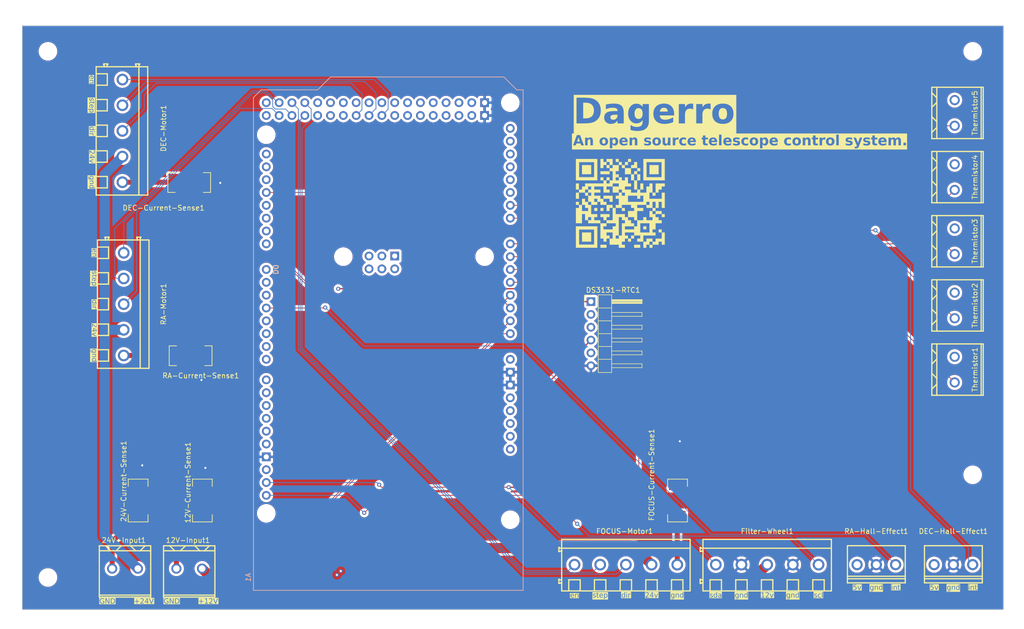
<source format=kicad_pcb>
(kicad_pcb (version 20221018) (generator pcbnew)
  (layers (0 "F.Cu" signal) (1 "In1.Cu" signal) (2 "In2.Cu" signal) (31 "B.Cu" signal) (34 "B.Paste" user) (35 "F.Paste" user) (36 "B.SilkS" user "B.Silkscreen") (37 "F.SilkS" user "F.Silkscreen") (38 "B.Mask" user) (39 "F.Mask" user) (44 "Edge.Cuts" user))
  (net 0 "")
  (net 1 "GND")
  (net 2 "/12vCurrent")
  (net 3 "+12V")
  (net 4 "/24vCurrent")
  (net 5 "+24V")
  (net 8 "/raCurrent")
  (net 9 "/decCurrent")
  (net 10 "/fcCurrent")
  (net 11 "Net-(A1-PadA5)")
  (net 12 "Net-(A1-PadA6)")
  (net 13 "Net-(A1-PadA7)")
  (net 14 "Net-(A1-PadA8)")
  (net 15 "Net-(A1-PadA9)")
  (net 25 "/timingInterrupt")
  (net 26 "/raHallInterrupt")
  (net 37 "/FilterTx")
  (net 38 "/FilterRx")
  (net 41 "/decHallInterrupt")
  (net 45 "/raDirPin")
  (net 46 "/raStepPin")
  (net 47 "/raEnPin")
  (net 48 "/fcDirPin")
  (net 49 "/fcStepPin")
  (net 50 "/fcEnPin")
  (net 57 "/decDirPin")
  (net 59 "/decStepPin")
  (net 61 "/decEnPin")
  (net 75 "/cameraRelayPin")
  (net 84 "/SCL")
  (net 85 "/SDA")
  (net 86 "+5V")
  (net 87 "/SQW")
  (footprint "New:RES-SMD_L6.4-W3.2-R2512" (layer "F.Cu") (at 416.56 416.56 -90)
    (fp_text reference "12V-Current-Sense1" (at -3.556 2.794 90) (layer "F.SilkS"))
    (fp_text value "HOJLR2512-3W-1MR-1%")
    (pad "1" smd rect (at -3.07 0 270) (size 2 3.3) (layers "F.Cu" "F.Paste" "F.Mask") (net 1 "GND"))
    (pad "2" smd rect (at 3.07 0 270) (size 2 3.3) (layers "F.Cu" "F.Paste" "F.Mask") (net 2 "/12vCurrent"))
  )
  (footprint "arduino-library:Arduino_Mega2560_R3_Shield" (layer "F.Cu") (at 480.06 434.34 90)
    (fp_text reference "A1" (at 2.54 -54.356 90) (layer "B.SilkS") (effects (justify mirror)))
    (fp_text value "Arduino_Mega2560_R3_Shield")
    (fp_text user "." (at 62.484 -32.004 90) (layer "B.SilkS"))
    (fp_text user "D0" (at 63.5 -48.895 90 unlocked) (layer "B.SilkS") (effects (justify mirror)))
    (fp_text user "." (at 62.484 -32.004 90) (layer "F.SilkS"))
    (fp_text user "D0" (at 63.5 -48.895 90 unlocked) (layer "F.SilkS"))
    (pad "" np_thru_hole circle (at 13.97 -2.54 90) (size 3.2 3.2) (drill 3.2) (layers "*.Cu" "*.Mask"))
    (pad "" np_thru_hole circle (at 15.24 -50.8 90) (size 3.2 3.2) (drill 3.2) (layers "*.Cu" "*.Mask"))
    (pad "" thru_hole oval (at 27.94 -2.54 90) (size 1.7272 1.7272) (drill 1.016) (layers "*.Cu" "*.Mask"))
    (pad "" np_thru_hole circle (at 66.04 -35.56 90) (size 3.2 3.2) (drill 3.2) (layers "*.Cu" "*.Mask"))
    (pad "" np_thru_hole circle (at 66.04 -7.62 90) (size 3.2 3.2) (drill 3.2) (layers "*.Cu" "*.Mask"))
    (pad "" np_thru_hole circle (at 90.17 -50.8 90) (size 3.2 3.2) (drill 3.2) (layers "*.Cu" "*.Mask"))
    (pad "" np_thru_hole circle (at 96.52 -2.54 90) (size 3.2 3.2) (drill 3.2) (layers "*.Cu" "*.Mask"))
    (pad "3V3" thru_hole oval (at 35.56 -2.54 90) (size 1.7272 1.7272) (drill 1.016) (layers "*.Cu" "*.Mask"))
    (pad "5V1" thru_hole oval (at 38.1 -2.54 90) (size 1.7272 1.7272) (drill 1.016) (layers "*.Cu" "*.Mask") (net 86 "+5V"))
    (pad "5V2" thru_hole oval (at 66.167 -30.48 90) (size 1.7272 1.7272) (drill 1.016) (layers "*.Cu" "*.Mask"))
    (pad "5V3" thru_hole oval (at 93.98 -50.8 90) (size 1.7272 1.7272) (drill 1.016) (layers "*.Cu" "*.Mask") (net 86 "+5V"))
    (pad "5V4" thru_hole oval (at 96.52 -50.8 90) (size 1.7272 1.7272) (drill 1.016) (layers "*.Cu" "*.Mask") (net 86 "+5V"))
    (pad "A0" thru_hole oval (at 50.8 -2.54 90) (size 1.7272 1.7272) (drill 1.016) (layers "*.Cu" "*.Mask") (net 2 "/12vCurrent"))
    (pad "A1" thru_hole oval (at 53.34 -2.54 90) (size 1.7272 1.7272) (drill 1.016) (layers "*.Cu" "*.Mask") (net 4 "/24vCurrent"))
    (pad "A2" thru_hole oval (at 55.88 -2.54 90) (size 1.7272 1.7272) (drill 1.016) (layers "*.Cu" "*.Mask") (net 8 "/raCurrent"))
    (pad "A3" thru_hole oval (at 58.42 -2.54 90) (size 1.7272 1.7272) (drill 1.016) (layers "*.Cu" "*.Mask") (net 9 "/decCurrent"))
    (pad "A4" thru_hole oval (at 60.96 -2.54 90) (size 1.7272 1.7272) (drill 1.016) (layers "*.Cu" "*.Mask") (net 10 "/fcCurrent"))
    (pad "A5" thru_hole oval (at 63.5 -2.54 90) (size 1.7272 1.7272) (drill 1.016) (layers "*.Cu" "*.Mask") (net 11 "Net-(A1-PadA5)"))
    (pad "A6" thru_hole oval (at 66.04 -2.54 90) (size 1.7272 1.7272) (drill 1.016) (layers "*.Cu" "*.Mask") (net 12 "Net-(A1-PadA6)"))
    (pad "A7" thru_hole oval (at 68.58 -2.54 90) (size 1.7272 1.7272) (drill 1.016) (layers "*.Cu" "*.Mask") (net 13 "Net-(A1-PadA7)"))
    (pad "A8" thru_hole oval (at 73.66 -2.54 90) (size 1.7272 1.7272) (drill 1.016) (layers "*.Cu" "*.Mask") (net 14 "Net-(A1-PadA8)"))
    (pad "A9" thru_hole oval (at 76.2 -2.54 90) (size 1.7272 1.7272) (drill 1.016) (layers "*.Cu" "*.Mask") (net 15 "Net-(A1-PadA9)"))
    (pad "A10" thru_hole oval (at 78.74 -2.54 90) (size 1.7272 1.7272) (drill 1.016) (layers "*.Cu" "*.Mask"))
    (pad "A11" thru_hole oval (at 81.28 -2.54 90) (size 1.7272 1.7272) (drill 1.016) (layers "*.Cu" "*.Mask"))
    (pad "A12" thru_hole oval (at 83.82 -2.54 90) (size 1.7272 1.7272) (drill 1.016) (layers "*.Cu" "*.Mask"))
    (pad "A13" thru_hole oval (at 86.36 -2.54 90) (size 1.7272 1.7272) (drill 1.016) (layers "*.Cu" "*.Mask"))
    (pad "A14" thru_hole oval (at 88.9 -2.54 90) (size 1.7272 1.7272) (drill 1.016) (layers "*.Cu" "*.Mask"))
    (pad "A15" thru_hole oval (at 91.44 -2.54 90) (size 1.7272 1.7272) (drill 1.016) (layers "*.Cu" "*.Mask"))
    (pad "AREF" thru_hole oval (at 23.876 -50.8 90) (size 1.7272 1.7272) (drill 1.016) (layers "*.Cu" "*.Mask"))
    (pad "D0" thru_hole oval (at 63.5 -50.8 90) (size 1.7272 1.7272) (drill 1.016) (layers "*.Cu" "*.Mask"))
    (pad "D1" thru_hole oval (at 60.96 -50.8 90) (size 1.7272 1.7272) (drill 1.016) (layers "*.Cu" "*.Mask"))
    (pad "D2" thru_hole oval (at 58.42 -50.8 90) (size 1.7272 1.7272) (drill 1.016) (layers "*.Cu" "*.Mask") (net 25 "/timingInterrupt"))
    (pad "D3" thru_hole oval (at 55.88 -50.8 90) (size 1.7272 1.7272) (drill 1.016) (layers "*.Cu" "*.Mask") (net 26 "/raHallInterrupt"))
    (pad "D4" thru_hole oval (at 53.34 -50.8 90) (size 1.7272 1.7272) (drill 1.016) (layers "*.Cu" "*.Mask"))
    (pad "D5" thru_hole oval (at 50.8 -50.8 90) (size 1.7272 1.7272) (drill 1.016) (layers "*.Cu" "*.Mask"))
    (pad "D6" thru_hole oval (at 48.26 -50.8 90) (size 1.7272 1.7272) (drill 1.016) (layers "*.Cu" "*.Mask"))
    (pad "D7" thru_hole oval (at 45.72 -50.8 90) (size 1.7272 1.7272) (drill 1.016) (layers "*.Cu" "*.Mask"))
    (pad "D8" thru_hole oval (at 41.656 -50.8 90) (size 1.7272 1.7272) (drill 1.016) (layers "*.Cu" "*.Mask"))
    (pad "D9" thru_hole oval (at 39.116 -50.8 90) (size 1.7272 1.7272) (drill 1.016) (layers "*.Cu" "*.Mask"))
    (pad "D10" thru_hole oval (at 36.576 -50.8 90) (size 1.7272 1.7272) (drill 1.016) (layers "*.Cu" "*.Mask"))
    (pad "D11" thru_hole oval (at 34.036 -50.8 90) (size 1.7272 1.7272) (drill 1.016) (layers "*.Cu" "*.Mask"))
    (pad "D12" thru_hole oval (at 31.496 -50.8 90) (size 1.7272 1.7272) (drill 1.016) (layers "*.Cu" "*.Mask"))
    (pad "D13" thru_hole oval (at 28.956 -50.8 90) (size 1.7272 1.7272) (drill 1.016) (layers "*.Cu" "*.Mask"))
    (pad "D14" thru_hole oval (at 68.58 -50.8 90) (size 1.7272 1.7272) (drill 1.016) (layers "*.Cu" "*.Mask") (net 37 "/FilterTx"))
    (pad "D15" thru_hole oval (at 71.12 -50.8 90) (size 1.7272 1.7272) (drill 1.016) (layers "*.Cu" "*.Mask") (net 38 "/FilterRx"))
    (pad "D16" thru_hole oval (at 73.66 -50.8 90) (size 1.7272 1.7272) (drill 1.016) (layers "*.Cu" "*.Mask"))
    (pad "D17" thru_hole oval (at 76.2 -50.8 90) (size 1.7272 1.7272) (drill 1.016) (layers "*.Cu" "*.Mask"))
    (pad "D18" thru_hole oval (at 78.74 -50.8 90) (size 1.7272 1.7272) (drill 1.016) (layers "*.Cu" "*.Mask") (net 41 "/decHallInterrupt"))
    (pad "D19" thru_hole oval (at 81.28 -50.8 90) (size 1.7272 1.7272) (drill 1.016) (layers "*.Cu" "*.Mask"))
    (pad "D20" thru_hole oval (at 83.82 -50.8 90) (size 1.7272 1.7272) (drill 1.016) (layers "*.Cu" "*.Mask"))
    (pad "D21" thru_hole oval (at 86.36 -50.8 90) (size 1.7272 1.7272) (drill 1.016) (layers "*.Cu" "*.Mask"))
    (pad "D22" thru_hole oval (at 93.98 -48.26 90) (size 1.7272 1.7272) (drill 1.016) (layers "*.Cu" "*.Mask") (net 45 "/raDirPin"))
    (pad "D23" thru_hole oval (at 96.52 -48.26 90) (size 1.7272 1.7272) (drill 1.016) (layers "*.Cu" "*.Mask") (net 46 "/raStepPin"))
    (pad "D24" thru_hole oval (at 93.98 -45.72 90) (size 1.7272 1.7272) (drill 1.016) (layers "*.Cu" "*.Mask") (net 47 "/raEnPin"))
    (pad "D25" thru_hole oval (at 96.52 -45.72 90) (size 1.7272 1.7272) (drill 1.016) (layers "*.Cu" "*.Mask") (net 48 "/fcDirPin"))
    (pad "D26" thru_hole oval (at 93.98 -43.18 90) (size 1.7272 1.7272) (drill 1.016) (layers "*.Cu" "*.Mask") (net 49 "/fcStepPin"))
    (pad "D27" thru_hole oval (at 96.52 -43.18 90) (size 1.7272 1.7272) (drill 1.016) (layers "*.Cu" "*.Mask") (net 50 "/fcEnPin"))
    (pad "D28" thru_hole oval (at 93.98 -40.64 90) (size 1.7272 1.7272) (drill 1.016) (layers "*.Cu" "*.Mask"))
    (pad "D29" thru_hole oval (at 96.52 -40.64 90) (size 1.7272 1.7272) (drill 1.016) (layers "*.Cu" "*.Mask"))
    (pad "D30" thru_hole oval (at 93.98 -38.1 90) (size 1.7272 1.7272) (drill 1.016) (layers "*.Cu" "*.Mask"))
    (pad "D31" thru_hole oval (at 96.52 -38.1 90) (size 1.7272 1.7272) (drill 1.016) (layers "*.Cu" "*.Mask"))
    (pad "D32" thru_hole oval (at 93.98 -35.56 90) (size 1.7272 1.7272) (drill 1.016) (layers "*.Cu" "*.Mask"))
    (pad "D33" thru_hole oval (at 96.52 -35.56 90) (size 1.7272 1.7272) (drill 1.016) (layers "*.Cu" "*.Mask"))
    (pad "D34" thru_hole oval (at 93.98 -33.02 90) (size 1.7272 1.7272) (drill 1.016) (layers "*.Cu" "*.Mask") (net 57 "/decDirPin"))
    (pad "D35" thru_hole oval (at 96.52 -33.02 90) (size 1.7272 1.7272) (drill 1.016) (layers "*.Cu" "*.Mask"))
    (pad "D36" thru_hole oval (at 93.98 -30.48 90) (size 1.7272 1.7272) (drill 1.016) (layers "*.Cu" "*.Mask") (net 59 "/decStepPin"))
    (pad "D37" thru_hole oval (at 96.52 -30.48 90) (size 1.7272 1.7272) (drill 1.016) (layers "*.Cu" "*.Mask"))
    (pad "D38" thru_hole oval (at 93.98 -27.94 90) (size 1.7272 1.7272) (drill 1.016) (layers "*.Cu" "*.Mask") (net 61 "/decEnPin"))
    (pad "D39" thru_hole oval (at 96.52 -27.94 90) (size 1.7272 1.7272) (drill 1.016) (layers "*.Cu" "*.Mask"))
    (pad "D40" thru_hole oval (at 93.98 -25.4 90) (size 1.7272 1.7272) (drill 1.016) (layers "*.Cu" "*.Mask"))
    (pad "D41" thru_hole oval (at 96.52 -25.4 90) (size 1.7272 1.7272) (drill 1.016) (layers "*.Cu" "*.Mask"))
    (pad "D42" thru_hole oval (at 93.98 -22.86 90) (size 1.7272 1.7272) (drill 1.016) (layers "*.Cu" "*.Mask"))
    (pad "D43" thru_hole oval (at 96.52 -22.86 90) (size 1.7272 1.7272) (drill 1.016) (layers "*.Cu" "*.Mask"))
    (pad "D44" thru_hole oval (at 93.98 -20.32 90) (size 1.7272 1.7272) (drill 1.016) (layers "*.Cu" "*.Mask"))
    (pad "D45" thru_hole oval (at 96.52 -20.32 90) (size 1.7272 1.7272) (drill 1.016) (layers "*.Cu" "*.Mask"))
    (pad "D46" thru_hole oval (at 93.98 -17.78 90) (size 1.7272 1.7272) (drill 1.016) (layers "*.Cu" "*.Mask"))
    (pad "D47" thru_hole oval (at 96.52 -17.78 90) (size 1.7272 1.7272) (drill 1.016) (layers "*.Cu" "*.Mask"))
    (pad "D48" thru_hole oval (at 93.98 -15.24 90) (size 1.7272 1.7272) (drill 1.016) (layers "*.Cu" "*.Mask"))
    (pad "D49" thru_hole oval (at 96.52 -15.24 90) (size 1.7272 1.7272) (drill 1.016) (layers "*.Cu" "*.Mask"))
    (pad "D50" thru_hole oval (at 93.98 -12.7 90) (size 1.7272 1.7272) (drill 1.016) (layers "*.Cu" "*.Mask"))
    (pad "D51" thru_hole oval (at 96.52 -12.7 90) (size 1.7272 1.7272) (drill 1.016) (layers "*.Cu" "*.Mask"))
    (pad "D52" thru_hole oval (at 93.98 -10.16 90) (size 1.7272 1.7272) (drill 1.016) (layers "*.Cu" "*.Mask") (net 75 "/cameraRelayPin"))
    (pad "D53" thru_hole oval (at 96.52 -10.16 90) (size 1.7272 1.7272) (drill 1.016) (layers "*.Cu" "*.Mask"))
    (pad "GND1" thru_hole rect (at 26.416 -50.8 90) (size 1.7272 1.7272) (drill 1.016) (layers "*.Cu" "*.Mask") (net 1 "GND"))
    (pad "GND2" thru_hole rect (at 40.64 -2.54 90) (size 1.7272 1.7272) (drill 1.016) (layers "*.Cu" "*.Mask") (net 1 "GND"))
    (pad "GND3" thru_hole rect (at 43.18 -2.54 90) (size 1.7272 1.7272) (drill 1.016) (layers "*.Cu" "*.Mask") (net 1 "GND"))
    (pad "GND4" thru_hole rect (at 66.167 -25.4 90) (size 1.7272 1.7272) (drill 1.016) (layers "*.Cu" "*.Mask"))
    (pad "GND5" thru_hole rect (at 93.98 -7.62 90) (size 1.7272 1.7272) (drill 1.016) (layers "*.Cu" "*.Mask") (net 1 "GND"))
    (pad "GND6" thru_hole rect (at 96.52 -7.62 90) (size 1.7272 1.7272) (drill 1.016) (layers "*.Cu" "*.Mask") (net 1 "GND"))
    (pad "IORF" thru_hole oval (at 30.48 -2.54 90) (size 1.7272 1.7272) (drill 1.016) (layers "*.Cu" "*.Mask"))
    (pad "MISO" thru_hole oval (at 63.627 -30.48 90) (size 1.7272 1.7272) (drill 1.016) (layers "*.Cu" "*.Mask"))
    (pad "MOSI" thru_hole oval (at 66.167 -27.94 90) (size 1.7272 1.7272) (drill 1.016) (layers "*.Cu" "*.Mask"))
    (pad "RST1" thru_hole oval (at 33.02 -2.54 90) (size 1.7272 1.7272) (drill 1.016) (layers "*.Cu" "*.Mask"))
    (pad "RST2" thru_hole oval (at 63.627 -25.4 90) (size 1.7272 1.7272) (drill 1.016) (layers "*.Cu" "*.Mask"))
    (pad "SCK" thru_hole oval (at 63.627 -27.94 90) (size 1.7272 1.7272) (drill 1.016) (layers "*.Cu" "*.Mask"))
    (pad "SCL" thru_hole oval (at 18.796 -50.8 90) (size 1.7272 1.7272) (drill 1.016) (layers "*.Cu" "*.Mask") (net 84 "/SCL"))
    (pad "SDA" thru_hole oval (at 21.336 -50.8 90) (size 1.7272 1.7272) (drill 1.016) (layers "*.Cu" "*.Mask") (net 85 "/SDA"))
    (pad "VIN" thru_hole oval (at 45.72 -2.54 90) (size 1.7272 1.7272) (drill 1.016) (layers "*.Cu" "*.Mask") (net 3 "+12V"))
  )
  (footprint "Connector_PinHeader_2.54mm:PinHeader_1x06_P2.54mm_Horizontal" (layer "F.Cu") (at 493.465 377.19)
    (fp_text reference "DS3131-RTC1" (at 4.385 -2.27) (layer "F.SilkS"))
    (fp_text value "Conn_01x06_Socket")
    (pad "1" thru_hole rect (at 0 0) (size 1.7 1.7) (drill 1) (layers "*.Cu" "*.Mask") (net 25 "/timingInterrupt"))
    (pad "2" thru_hole oval (at 0 2.54) (size 1.7 1.7) (drill 1) (layers "*.Cu" "*.Mask") (net 87 "/SQW"))
    (pad "3" thru_hole oval (at 0 5.08) (size 1.7 1.7) (drill 1) (layers "*.Cu" "*.Mask") (net 84 "/SCL"))
    (pad "4" thru_hole oval (at 0 7.62) (size 1.7 1.7) (drill 1) (layers "*.Cu" "*.Mask") (net 85 "/SDA"))
    (pad "5" thru_hole oval (at 0 10.16) (size 1.7 1.7) (drill 1) (layers "*.Cu" "*.Mask") (net 86 "+5V"))
    (pad "6" thru_hole oval (at 0 12.7) (size 1.7 1.7) (drill 1) (layers "*.Cu" "*.Mask") (net 1 "GND"))
  )
  (footprint "New:RES-SMD_L6.4-W3.2-R2512" (layer "F.Cu") (at 403.86 416.56 -90)
    (fp_text reference "24V-Current-Sense1" (at -3.81 2.794 90) (layer "F.SilkS"))
    (fp_text value "HOJLR2512-3W-1MR-1%")
    (pad "1" smd rect (at -3.07 0 270) (size 2 3.3) (layers "F.Cu" "F.Paste" "F.Mask") (net 1 "GND"))
    (pad "2" smd rect (at 3.07 0 270) (size 2 3.3) (layers "F.Cu" "F.Paste" "F.Mask") (net 4 "/24vCurrent"))
  )
  (footprint "New:CONN-TH_5P-P5.08_DIBO_DB128V-5.08-5P-GN-S" (layer "F.Cu") (at 500.38 429.26)
    (fp_text reference "FOCUS-Motor1" (at -0.254 -6.604) (layer "F.SilkS"))
    (fp_text value "DB128V-5.08-5P-GN-S")
    (pad "1" thru_hole circle (at -10.16 0) (size 2.3 2.3) (drill 1.500022) (layers "*.Cu" "*.Mask") (net 50 "/fcEnPin"))
    (pad "2" thru_hole circle (at -5.08 0) (size 2.3 2.3) (drill 1.500022) (layers "*.Cu" "*.Mask") (net 49 "/fcStepPin"))
    (pad "3" thru_hole circle (at 0 0) (size 2.3 2.3) (drill 1.500022) (layers "*.Cu" "*.Mask") (net 48 "/fcDirPin"))
    (pad "4" thru_hole circle (at 5.08 0) (size 2.3 2.3) (drill 1.500022) (layers "*.Cu" "*.Mask") (net 5 "+24V"))
    (pad "5" thru_hole circle (at 10.16 0) (size 2.3 2.3) (drill 1.500022) (layers "*.Cu" "*.Mask") (net 10 "/fcCurrent"))
  )
  (footprint "New:CONN-TH_2P-P5.00_WJ500V-5.08-2P" (layer "F.Cu") (at 565.404 390.652 -90)
    (fp_text reference "Thermistor1" (at 0 -4 90) (layer "F.SilkS"))
    (fp_text value "WJ500V-5.08-2P-14-00A")
    (pad "1" thru_hole circle (at -2.54 0 90) (size 2 2) (drill 1.300023) (layers "*.Cu" "*.Mask") (net 86 "+5V"))
    (pad "2" thru_hole circle (at 2.54 0 90) (size 2 2) (drill 1.300023) (layers "*.Cu" "*.Mask") (net 11 "Net-(A1-PadA5)"))
  )
  (footprint "New:CONN-TH_2P-P5.00_WJ500V-5.08-2P" (layer "F.Cu") (at 565.404 377.952 -90)
    (fp_text reference "Thermistor2" (at 0 -4 90) (layer "F.SilkS"))
    (fp_text value "WJ500V-5.08-2P-14-00A")
    (pad "1" thru_hole circle (at -2.54 0 90) (size 2 2) (drill 1.300023) (layers "*.Cu" "*.Mask") (net 86 "+5V"))
    (pad "2" thru_hole circle (at 2.54 0 90) (size 2 2) (drill 1.300023) (layers "*.Cu" "*.Mask") (net 12 "Net-(A1-PadA6)"))
  )
  (footprint "New:CONN-TH_5P-P5.08_DIBO_DB128V-5.08-5P-GN-S" (layer "F.Cu") (at 401.066 377.698 -90)
    (fp_text reference "RA-Motor1" (at 0 -7.874 90) (layer "F.SilkS"))
    (fp_text value "DB128V-5.08-5P-GN-S")
    (pad "1" thru_hole circle (at -10.16 0 270) (size 2.3 2.3) (drill 1.500022) (layers "*.Cu" "*.Mask") (net 47 "/raEnPin"))
    (pad "2" thru_hole circle (at -5.08 0 270) (size 2.3 2.3) (drill 1.500022) (layers "*.Cu" "*.Mask") (net 46 "/raStepPin"))
    (pad "3" thru_hole circle (at 0 0 270) (size 2.3 2.3) (drill 1.500022) (layers "*.Cu" "*.Mask") (net 45 "/raDirPin"))
    (pad "4" thru_hole circle (at 5.08 0 270) (size 2.3 2.3) (drill 1.500022) (layers "*.Cu" "*.Mask") (net 5 "+24V"))
    (pad "5" thru_hole circle (at 10.16 0 270) (size 2.3 2.3) (drill 1.500022) (layers "*.Cu" "*.Mask") (net 8 "/raCurrent"))
  )
  (footprint "New:CONN-TH_2P-P5.00_WJ500V-5.08-2P" (layer "F.Cu") (at 565.404 339.852 -90)
    (fp_text reference "Thermistor5" (at 0 -4 90) (layer "F.SilkS"))
    (fp_text value "WJ500V-5.08-2P-14-00A")
    (pad "1" thru_hole circle (at -2.54 0 90) (size 2 2) (drill 1.300023) (layers "*.Cu" "*.Mask") (net 86 "+5V"))
    (pad "2" thru_hole circle (at 2.54 0 90) (size 2 2) (drill 1.300023) (layers "*.Cu" "*.Mask") (net 15 "Net-(A1-PadA9)"))
  )
  (footprint "MountingHole:MountingHole_3.2mm_M3" (layer "F.Cu") (at 568.96 411.48)
    (fp_text reference "REF**" hide)
    (fp_text value "MountingHole_3.2mm_M3")
    (pad "" np_thru_hole circle (at 0 0) (size 3.2 3.2) (drill 3.2) (layers "*.Mask" "F.Cu" "In1.Cu" "In2.Cu" "B.Cu"))
  )
  (footprint "MountingHole:MountingHole_3.2mm_M3" (layer "F.Cu") (at 386.08 327.66)
    (fp_text reference "REF**" hide)
    (fp_text value "MountingHole_3.2mm_M3")
    (pad "" np_thru_hole circle (at 0 0) (size 3.2 3.2) (drill 3.2) (layers "*.Cu" "*.Mask"))
  )
  (footprint "New:RES-SMD_L6.4-W3.2-R2512" (layer "F.Cu") (at 414.296 387.858 180)
    (fp_text reference "RA-Current-Sense1" (at -2.01 -4) (layer "F.SilkS"))
    (fp_text value "HOJLR2512-3W-1MR-1%")
    (pad "1" smd rect (at -3.07 0 180) (size 2 3.3) (layers "F.Cu" "F.Paste" "F.Mask") (net 1 "GND"))
    (pad "2" smd rect (at 3.07 0 180) (size 2 3.3) (layers "F.Cu" "F.Paste" "F.Mask") (net 8 "/raCurrent"))
  )
  (footprint "New:CONN-TH_5P-P5.08_DIBO_DB128V-5.08-5P-GN-S" (layer "F.Cu") (at 528.32 429.26)
    (fp_text reference "Filter-Wheel1" (at 0 -6.604) (layer "F.SilkS"))
    (fp_text value "DB128V-5.08-5P-GN-S")
    (pad "1" thru_hole circle (at -10.16 0) (size 2.3 2.3) (drill 1.500022) (layers "*.Cu" "*.Mask") (net 85 "/SDA"))
    (pad "2" thru_hole circle (at -5.08 0) (size 2.3 2.3) (drill 1.500022) (layers "*.Cu" "*.Mask") (net 1 "GND"))
    (pad "3" thru_hole circle (at 0 0) (size 2.3 2.3) (drill 1.500022) (layers "*.Cu" "*.Mask") (net 3 "+12V"))
    (pad "4" thru_hole circle (at 5.08 0) (size 2.3 2.3) (drill 1.500022) (layers "*.Cu" "*.Mask") (net 1 "GND"))
    (pad "5" thru_hole circle (at 10.16 0) (size 2.3 2.3) (drill 1.500022) (layers "*.Cu" "*.Mask") (net 84 "/SCL"))
  )
  (footprint "New:CONN-TH_5P-P5.08_DIBO_DB128V-5.08-5P-GN-S" (layer "F.Cu") (at 400.812 343.408 -90)
    (fp_text reference "DEC-Motor1" (at -0.508 -8.128 -270) (layer "F.SilkS"))
    (fp_text value "DB128V-5.08-5P-GN-S")
    (pad "1" thru_hole circle (at -10.16 0 270) (size 2.3 2.3) (drill 1.500022) (layers "*.Cu" "*.Mask") (net 61 "/decEnPin"))
    (pad "2" thru_hole circle (at -5.08 0 270) (size 2.3 2.3) (drill 1.500022) (layers "*.Cu" "*.Mask") (net 59 "/decStepPin"))
    (pad "3" thru_hole circle (at 0 0 270) (size 2.3 2.3) (drill 1.500022) (layers "*.Cu" "*.Mask") (net 57 "/decDirPin"))
    (pad "4" thru_hole circle (at 5.08 0 270) (size 2.3 2.3) (drill 1.500022) (layers "*.Cu" "*.Mask") (net 5 "+24V"))
    (pad "5" thru_hole circle (at 10.16 0 270) (size 2.3 2.3) (drill 1.500022) (layers "*.Cu" "*.Mask") (net 9 "/decCurrent"))
  )
  (footprint "New:CONN-TH_2P-P5.00_WJ500V-5.08-2P" (layer "F.Cu") (at 565.404 365.252 -90)
    (fp_text reference "Thermistor3" (at 0 -4 90) (layer "F.SilkS"))
    (fp_text value "WJ500V-5.08-2P-14-00A")
    (pad "1" thru_hole circle (at -2.54 0 90) (size 2 2) (drill 1.300023) (layers "*.Cu" "*.Mask") (net 86 "+5V"))
    (pad "2" thru_hole circle (at 2.54 0 90) (size 2 2) (drill 1.300023) (layers "*.Cu" "*.Mask") (net 13 "Net-(A1-PadA7)"))
  )
  (footprint "New:RES-SMD_L6.4-W3.2-R2512" (layer "F.Cu") (at 510.54 416.56 -90)
    (fp_text reference "FOCUS-Current-Sense1" (at -5.08 5.08 -90) (layer "F.SilkS"))
    (fp_text value "HOJLR2512-3W-1MR-1%")
    (pad "1" smd rect (at -3.07 0 270) (size 2 3.3) (layers "F.Cu" "F.Paste" "F.Mask") (net 1 "GND"))
    (pad "2" smd rect (at 3.07 0 270) (size 2 3.3) (layers "F.Cu" "F.Paste" "F.Mask") (net 10 "/fcCurrent"))
  )
  (footprint "New:CONN-TH_2P-P5.00_WJ500V-5.08-2P" (layer "F.Cu") (at 414.02 430.0415 180)
    (fp_text reference "12V-Input1" (at 0.254 5.6075) (layer "F.SilkS"))
    (fp_text value "WJ500V-5.08-2P-14-00A")
    (pad "1" thru_hole circle (at -2.54 0) (size 2 2) (drill 1.300023) (layers "*.Cu" "*.Mask") (net 3 "+12V"))
    (pad "2" thru_hole circle (at 2.54 0) (size 2 2) (drill 1.300023) (layers "*.Cu" "*.Mask") (net 2 "/12vCurrent"))
  )
  (footprint "LOGO" (layer "F.Cu") (at 499.27 357.74)
    (fp_text reference "G***" hide)
    (fp_text value "LOGO" hide)
  )
  (footprint "New:RES-SMD_L6.4-W3.2-R2512" (layer "F.Cu") (at 414.02 353.568 180)
    (fp_text reference "DEC-Current-Sense1" (at 5.08 -5.08) (layer "F.SilkS"))
    (fp_text value "HOJLR2512-3W-1MR-1%")
    (pad "1" smd rect (at -3.07 0 180) (size 2 3.3) (layers "F.Cu" "F.Paste" "F.Mask") (net 1 "GND"))
    (pad "2" smd rect (at 3.07 0 180) (size 2 3.3) (layers "F.Cu" "F.Paste" "F.Mask") (net 9 "/decCurrent"))
  )
  (footprint "New:CONN-TH_2P-P5.00_WJ500V-5.08-2P" (layer "F.Cu") (at 401.32 430.0415 180)
    (fp_text reference "24V-Input1" (at 0.254 5.6075) (layer "F.SilkS"))
    (fp_text value "WJ500V-5.08-2P-14-00A")
    (pad "1" thru_hole circle (at -2.54 0) (size 2 2) (drill 1.300023) (layers "*.Cu" "*.Mask") (net 5 "+24V"))
    (pad "2" thru_hole circle (at 2.54 0) (size 2 2) (drill 1.300023) (layers "*.Cu" "*.Mask") (net 4 "/24vCurrent"))
  )
  (footprint "New:CONN-TH_2P-P5.00_WJ500V-5.08-2P" (layer "F.Cu") (at 565.404 352.552 -90)
    (fp_text reference "Thermistor4" (at 0 -4 90) (layer "F.SilkS"))
    (fp_text value "WJ500V-5.08-2P-14-00A")
    (pad "1" thru_hole circle (at -2.54 0 90) (size 2 2) (drill 1.300023) (layers "*.Cu" "*.Mask") (net 86 "+5V"))
    (pad "2" thru_hole circle (at 2.54 0 90) (size 2 2) (drill 1.300023) (layers "*.Cu" "*.Mask") (net 14 "Net-(A1-PadA8)"))
  )
  (footprint "New:CONN-TH_XY303V-3.81-3P" (layer "F.Cu") (at 565.15 429.26)
    (fp_text reference "DEC-Hall-Effect1" (at 0 -6.604) (layer "F.SilkS"))
    (fp_text value "XY303V-3.81-3P")
    (pad "1" thru_hole circle (at -3.81 0) (size 2.2 2.2) (drill 1.399997) (layers "*.Cu" "*.Mask") (net 86 "+5V"))
    (pad "2" thru_hole circle (at 0 0) (size 2.2 2.2) (drill 1.399997) (layers "*.Cu" "*.Mask") (net 1 "GND"))
    (pad "3" thru_hole circle (at 3.81 0) (size 2.2 2.2) (drill 1.399997) (layers "*.Cu" "*.Mask") (net 41 "/decHallInterrupt"))
  )
  (footprint "MountingHole:MountingHole_3.2mm_M3" (layer "F.Cu") (at 386.08 431.8)
    (fp_text reference "REF**" hide)
    (fp_text value "MountingHole_3.2mm_M3")
    (pad "" np_thru_hole circle (at 0 0) (size 3.2 3.2) (drill 3.2) (layers "*.Mask" "F.Cu" "In1.Cu" "In2.Cu" "B.Cu"))
  )
  (footprint "MountingHole:MountingHole_3.2mm_M3" (layer "F.Cu") (at 568.96 327.66)
    (fp_text reference "REF**" hide)
    (fp_text value "MountingHole_3.2mm_M3")
    (pad "" np_thru_hole circle (at 0 0) (size 3.2 3.2) (drill 3.2) (layers "*.Mask" "F.Cu" "In1.Cu" "In2.Cu" "B.Cu"))
  )
  (footprint "New:CONN-TH_XY303V-3.81-3P" (layer "F.Cu") (at 549.91 429.26)
    (fp_text reference "RA-Hall-Effect1" (at 0 -6.604) (layer "F.SilkS"))
    (fp_text value "XY303V-3.81-3P")
    (pad "1" thru_hole circle (at -3.81 0) (size 2.2 2.2) (drill 1.399997) (layers "*.Cu" "*.Mask") (net 86 "+5V"))
    (pad "2" thru_hole circle (at 0 0) (size 2.2 2.2) (drill 1.399997) (layers "*.Cu" "*.Mask") (net 1 "GND"))
    (pad "3" thru_hole circle (at 3.81 0) (size 2.2 2.2) (drill 1.399997) (layers "*.Cu" "*.Mask") (net 26 "/raHallInterrupt"))
  )
  (gr_rect (start 381 322.58) (end 575.056 438.15) (stroke (width 0.1)) (fill none) (layer "Edge.Cuts"))
  (gr_text "5v" (at 561.34 433.832) (layer "F.SilkS" knockout) (effects (font (size 1 1))))
  (gr_text "sda" (at 518.16 435.356) (layer "F.SilkS" knockout) (effects (font (size 1 1))))
  (gr_text "24v" (at 505.46 435.356) (layer "F.SilkS" knockout) (effects (font (size 1 1))))
  (gr_text "gnd" (at 523.24 435.356) (layer "F.SilkS" knockout) (effects (font (size 1 1))))
  (gr_text "+12V" (at 415.798 437.134) (layer "F.SilkS" knockout) (effects (font (size 1 1)) (justify left bottom)))
  (gr_text "en" (at 490.22 435.356) (layer "F.SilkS" knockout) (effects (font (size 1 1))))
  (gr_text "en" (at 394.716 333.248 -90) (layer "F.SilkS" knockout) (effects (font (size 1 1))))
  (gr_text "+24V" (at 403.098 437.134) (layer "F.SilkS" knockout) (effects (font (size 1 1)) (justify left bottom)))
  (gr_text "12v" (at 528.32 435.356) (layer "F.SilkS" knockout) (effects (font (size 1 1))))
  (gr_text "24v" (at 394.716 348.488 -90) (layer "F.SilkS" knockout) (effects (font (size 1 1))))
  (gr_text "dir" (at 394.716 343.408 -90) (layer "F.SilkS" knockout) (effects (font (size 1 1))))
  (gr_text "Dagerro" (at 505.968 339.852) (layer "F.SilkS" knockout) (effects (font (size 5 5))))
  (gr_text "dir" (at 500.38 435.356) (layer "F.SilkS" knockout) (effects (font (size 1 1))))
  (gr_text "gnd" (at 565.15 433.832) (layer "F.SilkS" knockout) (effects (font (size 1 1))))
  (gr_text "GND" (at 408.94 437.134) (layer "F.SilkS" knockout) (effects (font (size 1 1)) (justify left bottom)))
  (gr_text "step" (at 395.224 372.618 270) (layer "F.SilkS" knockout) (effects (font (size 1 1))))
  (gr_text "gnd" (at 533.4 435.356) (layer "F.SilkS" knockout) (effects (font (size 1 1))))
  (gr_text "step" (at 394.716 338.328 -90) (layer "F.SilkS" knockout) (effects (font (size 1 1))))
  (gr_text "int" (at 568.96 433.832) (layer "F.SilkS" knockout) (effects (font (size 1 1))))
  (gr_text "en" (at 395.224 367.538 -90) (layer "F.SilkS" knockout) (effects (font (size 1 1))))
  (gr_text "gnd" (at 510.54 435.356) (layer "F.SilkS" knockout) (effects (font (size 1 1))))
  (gr_text "scl" (at 538.48 435.356) (layer "F.SilkS" knockout) (effects (font (size 1 1))))
  (gr_text "An open source telescope control system." (at 522.986 345.44) (layer "F.SilkS" knockout) (effects (font (size 2 2))))
  (gr_text "int" (at 553.72 433.832) (layer "F.SilkS" knockout) (effects (font (size 1 1))))
  (gr_text "GND" (at 396.24 437.134) (layer "F.SilkS" knockout) (effects (font (size 1 1)) (justify left bottom)))
  (gr_text "gnd" (at 549.91 433.832) (layer "F.SilkS" knockout) (effects (font (size 1 1))))
  (gr_text "5v" (at 546.1 433.832) (layer "F.SilkS" knockout) (effects (font (size 1 1))))
  (gr_text "gnd" (at 395.224 387.858 270) (layer "F.SilkS" knockout) (effects (font (size 1 1))))
  (gr_text "step" (at 495.3 435.356) (layer "F.SilkS" knockout) (effects (font (size 1 1))))
  (gr_text "dir" (at 395.224 377.698 270) (layer "F.SilkS" knockout) (effects (font (size 1 1))))
  (gr_text "24v" (at 395.224 382.778 270) (layer "F.SilkS" knockout) (effects (font (size 1 1))))
  (gr_text "gnd" (at 394.716 353.568 -90) (layer "F.SilkS" knockout) (effects (font (size 1 1))))
  (segment (start 417.22 410.07) (end 417.22 410.07) (width 1) (layer "F.Cu") (net 1))
  (segment (start 404.73 409.61) (end 404.73 409.6) (width 1) (layer "F.Cu") (net 1))
  (segment (start 416.72 409.61) (end 417.22 410.11) (width 1) (layer "F.Cu") (net 1))
  (segment (start 511.04 404.84) (end 511.07 404.84) (width 1) (layer "F.Cu") (net 1))
  (segment (start 416.44 392.72) (end 416.41 392.72) (width 1) (layer "F.Cu") (net 1))
  (segment (start 511.04 404.87) (end 511.04 404.84) (width 1) (layer "F.Cu") (net 1))
  (segment (start 417.09 353.568) (end 420.058 353.568) (width 1) (layer "F.Cu") (net 1))
  (segment (start 420.19 353.7) (end 420.16 353.67) (width 1) (layer "F.Cu") (net 1))
  (segment (start 510.54 405.37) (end 511.04 404.87) (width 1) (layer "F.Cu") (net 1))
  (segment (start 404.72 409.61) (end 404.73 409.61) (width 1) (layer "F.Cu") (net 1))
  (segment (start 404.73 409.61) (end 416.72 409.61) (width 1) (layer "F.Cu") (net 1))
  (segment (start 510.54 413.49) (end 510.54 405.37) (width 1) (layer "F.Cu") (net 1))
  (segment (start 420.16 353.7) (end 420.19 353.7) (width 1) (layer "F.Cu") (net 1))
  (segment (start 403.86 413.49) (end 403.86 410.47) (width 1) (layer "F.Cu") (net 1))
  (segment (start 403.86 410.47) (end 404.72 409.61) (width 1) (layer "F.Cu") (net 1))
  (segment (start 420.058 353.568) (end 420.16 353.67) (width 1) (layer "F.Cu") (net 1))
  (segment (start 417.366 391.764) (end 416.44 392.69) (width 1) (layer "F.Cu") (net 1))
  (segment (start 416.56 413.49) (end 416.56 410.73) (width 1) (layer "F.Cu") (net 1))
  (segment (start 416.44 392.69) (end 416.44 392.72) (width 1) (layer "F.Cu") (net 1))
  (segment (start 404.73 409.6) (end 404.79 409.54) (width 1) (layer "F.Cu") (net 1))
  (segment (start 511.07 404.84) (end 511.07 404.84) (width 1) (layer "F.Cu") (net 1))
  (segment (start 417.18 410.11) (end 417.22 410.11) (width 1) (layer "F.Cu") (net 1))
  (segment (start 420.16 353.67) (end 420.16 353.7) (width 1) (layer "F.Cu") (net 1))
  (segment (start 417.366 387.858) (end 417.366 391.764) (width 1) (layer "F.Cu") (net 1))
  (segment (start 417.22 410.11) (end 417.22 410.07) (width 1) (layer "F.Cu") (net 1))
  (segment (start 416.41 392.72) (end 416.44 392.69) (width 1) (layer "F.Cu") (net 1))
  (segment (start 416.56 410.73) (end 417.18 410.11) (width 1) (layer "F.Cu") (net 1))
  (via (at 420.16 353.7) (size 0.8) (drill 0.4) (layers "F.Cu" "B.Cu") (net 1))
  (via (at 416.44 392.72) (size 0.8) (drill 0.4) (layers "F.Cu" "B.Cu") (net 1))
  (via (at 404.73 409.61) (size 0.8) (drill 0.4) (layers "F.Cu" "B.Cu") (net 1))
  (via (at 511.04 404.84) (size 0.8) (drill 0.4) (layers "F.Cu" "B.Cu") (net 1))
  (via (at 417.22 410.11) (size 0.8) (drill 0.4) (layers "F.Cu" "B.Cu") (net 1))
  (segment (start 421.64 424.71) (end 416.56 419.63) (width 0.15) (layer "F.Cu") (net 2))
  (segment (start 477.52 383.54) (end 475.474974 383.54) (width 0.15) (layer "F.Cu") (net 2))
  (segment (start 475.474974 383.54) (end 434.304974 424.71) (width 0.15) (layer "F.Cu") (net 2))
  (segment (start 411.48 430.0415) (end 411.48 424.71) (width 1) (layer "F.Cu") (net 2))
  (segment (start 434.304974 424.71) (end 421.64 424.71) (width 0.15) (layer "F.Cu") (net 2))
  (segment (start 411.48 424.71) (end 416.56 419.63) (width 1) (layer "F.Cu") (net 2))
  (segment (start 528.32 429.26) (end 522.986 434.594) (width 2) (layer "F.Cu") (net 3))
  (segment (start 421.1125 434.594) (end 416.56 430.0415) (width 2) (layer "F.Cu") (net 3))
  (segment (start 522.986 434.594) (end 421.1125 434.594) (width 2) (layer "F.Cu") (net 3))
  (segment (start 420.624 423.199026) (end 420.624 419.608) (width 0.15) (layer "F.Cu") (net 4))
  (segment (start 407.25 416.24) (end 403.86 419.63) (width 0.15) (layer "F.Cu") (net 4))
  (segment (start 434.16 424.36) (end 421.784974 424.36) (width 0.15) (layer "F.Cu") (net 4))
  (segment (start 421.784974 424.36) (end 420.624 423.199026) (width 0.15) (layer "F.Cu") (net 4))
  (segment (start 417.256 416.24) (end 407.25 416.24) (width 0.15) (layer "F.Cu") (net 4))
  (segment (start 420.624 419.608) (end 417.256 416.24) (width 0.15) (layer "F.Cu") (net 4))
  (segment (start 398.78 424.71) (end 403.86 419.63) (width 1) (layer "F.Cu") (net 4))
  (segment (start 398.78 430.0415) (end 398.78 424.71) (width 1) (layer "F.Cu") (net 4))
  (segment (start 477.52 381) (end 434.16 424.36) (width 0.15) (layer "F.Cu") (net 4))
  (segment (start 501.65 425.958) (end 501.623 425.985) (width 2) (layer "F.Cu") (net 5))
  (segment (start 505.46 429.26) (end 502.158 425.958) (width 2) (layer "F.Cu") (net 5))
  (segment (start 502.158 425.958) (end 501.65 425.958) (width 2) (layer "F.Cu") (net 5))
  (segment (start 448.537 425.985) (end 443.992 430.53) (width 2) (layer "F.Cu") (net 5))
  (segment (start 443.992 430.53) (end 443.23 431.292) (width 2) (layer "F.Cu") (net 5))
  (segment (start 501.623 425.985) (end 448.537 425.985) (width 2) (layer "F.Cu") (net 5))
  (via (at 443.23 431.292) (size 0.8) (drill 0.4) (layers "F.Cu" "B.Cu") (net 5))
  (via (at 443.992 430.53) (size 0.8) (drill 0.4) (layers "F.Cu" "B.Cu") (net 5))
  (segment (start 403.86 430.0415) (end 397.315 423.4965) (width 2) (layer "B.Cu") (net 5))
  (segment (start 401.066 382.778) (end 397.569 382.778) (width 2) (layer "B.Cu") (net 5))
  (segment (start 397.315 351.985) (end 400.812 348.488) (width 2) (layer "B.Cu") (net 5))
  (segment (start 397.315 383.032) (end 397.315 351.985) (width 2) (layer "B.Cu") (net 5))
  (segment (start 397.569 382.778) (end 397.315 383.032) (width 2) (layer "B.Cu") (net 5))
  (segment (start 397.315 423.4965) (end 397.315 383.032) (width 2) (layer "B.Cu") (net 5))
  (segment (start 431.878 368.554) (end 423.926 368.554) (width 0.15) (layer "F.Cu") (net 8))
  (segment (start 477.52 378.46) (end 476.504 377.444) (width 0.15) (layer "F.Cu") (net 8))
  (segment (start 423.926 368.554) (end 411.226 381.254) (width 0.15) (layer "F.Cu") (net 8))
  (segment (start 411.226 381.254) (end 411.226 387.858) (width 0.15) (layer "F.Cu") (net 8))
  (segment (start 440.768 377.444) (end 431.878 368.554) (width 0.15) (layer "F.Cu") (net 8))
  (segment (start 476.504 377.444) (end 440.768 377.444) (width 0.15) (layer "F.Cu") (net 8))
  (segment (start 401.066 387.858) (end 411.226 387.858) (width 1) (layer "F.Cu") (net 8))
  (segment (start 409.9 354.782) (end 409.9 353.568) (width 0.15) (layer "F.Cu") (net 9))
  (segment (start 476.3814 377.0586) (end 440.877574 377.0586) (width 0.15) (layer "F.Cu") (net 9))
  (segment (start 431.968974 368.15) (end 423.268 368.15) (width 0.15) (layer "F.Cu") (net 9))
  (segment (start 400.812 353.568) (end 409.9 353.568) (width 1) (layer "F.Cu") (net 9))
  (segment (start 423.268 368.15) (end 409.9 354.782) (width 0.15) (layer "F.Cu") (net 9))
  (segment (start 477.52 375.92) (end 476.3814 377.0586) (width 0.15) (layer "F.Cu") (net 9))
  (segment (start 409.9 353.568) (end 410.95 353.568) (width 1) (layer "F.Cu") (net 9))
  (segment (start 440.877574 377.0586) (end 431.968974 368.15) (width 0.15) (layer "F.Cu") (net 9))
  (segment (start 502.93 412.02) (end 510.54 419.63) (width 0.15) (layer "F.Cu") (net 10))
  (segment (start 498.34 373.38) (end 502.93 377.97) (width 0.15) (layer "F.Cu") (net 10))
  (segment (start 477.52 373.38) (end 498.34 373.38) (width 0.15) (layer "F.Cu") (net 10))
  (segment (start 502.93 377.97) (end 502.93 412.02) (width 0.15) (layer "F.Cu") (net 10))
  (segment (start 510.54 429.26) (end 510.54 419.63) (width 1) (layer "F.Cu") (net 10))
  (segment (start 543.052 370.84) (end 565.404 393.192) (width 0.15) (layer "F.Cu") (net 11))
  (segment (start 477.52 370.84) (end 543.052 370.84) (width 0.15) (layer "F.Cu") (net 11))
  (segment (start 477.52 368.3) (end 553.212 368.3) (width 0.15) (layer "F.Cu") (net 12))
  (segment (start 553.212 368.3) (end 565.404 380.492) (width 0.15) (layer "F.Cu") (net 12))
  (segment (start 477.52 365.76) (end 563.372 365.76) (width 0.15) (layer "F.Cu") (net 13))
  (segment (start 563.372 365.76) (end 565.404 367.792) (width 0.15) (layer "F.Cu") (net 13))
  (segment (start 559.816 360.68) (end 565.404 355.092) (width 0.15) (layer "F.Cu") (net 14))
  (segment (start 477.52 360.68) (end 559.816 360.68) (width 0.15) (layer "F.Cu") (net 14))
  (segment (start 477.52 358.14) (end 535.15 358.14) (width 0.15) (layer "F.Cu") (net 15))
  (segment (start 535.15 358.14) (end 550.898 342.392) (width 0.15) (layer "F.Cu") (net 15))
  (segment (start 550.898 342.392) (end 565.404 342.392) (width 0.15) (layer "F.Cu") (net 15))
  (segment (start 493.465 377.19) (end 482.6 377.19) (width 0.25) (layer "F.Cu") (net 25))
  (segment (start 482.6 377.19) (end 480.06 374.65) (width 0.25) (layer "F.Cu") (net 25))
  (segment (start 480.06 374.65) (end 443.484 374.65) (width 0.25) (layer "F.Cu") (net 25))
  (via (at 443.484 374.65) (size 0.8) (drill 0.4) (layers "F.Cu" "B.Cu") (net 25))
  (segment (start 440.95 378.36) (end 440.99 378.32) (width 0.15) (layer "F.Cu") (net 26))
  (segment (start 440.92 378.39) (end 440.92 378.36) (width 0.15) (layer "F.Cu") (net 26))
  (segment (start 429.26 378.46) (end 440.85 378.46) (width 0.15) (layer "F.Cu") (net 26))
  (segment (start 440.92 378.36) (end 440.95 378.36) (width 0.15) (layer "F.Cu") (net 26))
  (segment (start 440.85 378.46) (end 440.92 378.39) (width 0.15) (layer "F.Cu") (net 26))
  (via (at 440.92 378.36) (size 0.8) (drill 0.4) (layers "F.Cu" "B.Cu") (net 26))
  (segment (start 517.25 423.27) (end 547.73 423.27) (width 0.15) (layer "B.Cu") (net 26))
  (segment (start 479.96 385.98) (end 517.25 423.27) (width 0.15) (layer "B.Cu") (net 26))
  (segment (start 440.92 378.36) (end 448.54 385.98) (width 0.15) (layer "B.Cu") (net 26))
  (segment (start 547.73 423.27) (end 553.72 429.26) (width 0.15) (layer "B.Cu") (net 26))
  (segment (start 448.54 385.98) (end 479.96 385.98) (width 0.15) (layer "B.Cu") (net 26))
  (segment (start 549.73 362.98) (end 549.78 362.93) (width 0.15) (layer "F.Cu") (net 41))
  (segment (start 549.73 363.07) (end 549.73 362.98) (width 0.15) (layer "F.Cu") (net 41))
  (segment (start 549.63 363.08) (end 549.64 363.07) (width 0.15) (layer "F.Cu") (net 41))
  (segment (start 465.17 363.08) (end 549.63 363.08) (width 0.15) (layer "F.Cu") (net 41))
  (segment (start 457.69 355.6) (end 465.17 363.08) (width 0.15) (layer "F.Cu") (net 41))
  (segment (start 429.26 355.6) (end 457.69 355.6) (width 0.15) (layer "F.Cu") (net 41))
  (segment (start 549.64 363.07) (end 549.73 363.07) (width 0.15) (layer "F.Cu") (net 41))
  (via (at 549.73 363.07) (size 0.8) (drill 0.4) (layers "F.Cu" "B.Cu") (net 41))
  (segment (start 568.13 425.89) (end 568.13 428.43) (width 0.15) (layer "B.Cu") (net 41))
  (segment (start 568.13 428.43) (end 568.96 429.26) (width 0.15) (layer "B.Cu") (net 41))
  (segment (start 549.73 363.07) (end 556.68 370.02) (width 0.15) (layer "B.Cu") (net 41))
  (segment (start 556.68 370.02) (end 556.68 414.44) (width 0.15) (layer "B.Cu") (net 41))
  (segment (start 556.68 414.44) (end 568.13 425.89) (width 0.15) (layer "B.Cu") (net 41))
  (segment (start 403.62 375.144) (end 401.066 377.698) (width 0.15) (layer "B.Cu") (net 45))
  (segment (start 424.044373 338.958601) (end 403.62 359.382974) (width 0.15) (layer "B.Cu") (net 45))
  (segment (start 430.3986 338.958601) (end 424.044373 338.958601) (width 0.15) (layer "B.Cu") (net 45))
  (segment (start 403.62 359.382974) (end 403.62 375.144) (width 0.15) (layer "B.Cu") (net 45))
  (segment (start 431.8 340.36) (end 430.3986 338.958601) (width 0.15) (layer "B.Cu") (net 45))
  (segment (start 431.8 337.82) (end 431.546 337.82) (width 0.15) (layer "B.Cu") (net 46))
  (segment (start 399.668 372.618) (end 401.066 372.618) (width 0.15) (layer "B.Cu") (net 46))
  (segment (start 429.26 335.534) (end 426.479025 335.534) (width 0.15) (layer "B.Cu") (net 46))
  (segment (start 399.288 362.725025) (end 399.288 372.238) (width 0.15) (layer "B.Cu") (net 46))
  (segment (start 431.546 337.82) (end 429.26 335.534) (width 0.15) (layer "B.Cu") (net 46))
  (segment (start 426.479025 335.534) (end 399.288 362.725025) (width 0.15) (layer "B.Cu") (net 46))
  (segment (start 399.288 372.238) (end 399.668 372.618) (width 0.15) (layer "B.Cu") (net 46))
  (segment (start 401.066 367.538) (end 401.066 361.442) (width 0.15) (layer "B.Cu") (net 47))
  (segment (start 433.07 339.09) (end 434.34 340.36) (width 0.15) (layer "B.Cu") (net 47))
  (segment (start 431.038 339.09) (end 433.07 339.09) (width 0.15) (layer "B.Cu") (net 47))
  (segment (start 430.53 338.582) (end 431.038 339.09) (width 0.15) (layer "B.Cu") (net 47))
  (segment (start 430.53 337.312) (end 430.53 338.582) (width 0.15) (layer "B.Cu") (net 47))
  (segment (start 426.624 335.884) (end 429.102 335.884) (width 0.15) (layer "B.Cu") (net 47))
  (segment (start 429.102 335.884) (end 430.53 337.312) (width 0.15) (layer "B.Cu") (net 47))
  (segment (start 401.066 361.442) (end 426.624 335.884) (width 0.15) (layer "B.Cu") (net 47))
  (segment (start 480.049026 431.134) (end 498.506 431.134) (width 0.15) (layer "B.Cu") (net 48))
  (segment (start 435.61 339.09) (end 435.61 386.694974) (width 0.15) (layer "B.Cu") (net 48))
  (segment (start 498.506 431.134) (end 500.38 429.26) (width 0.15) (layer "B.Cu") (net 48))
  (segment (start 435.61 386.694974) (end 480.049026 431.134) (width 0.15) (layer "B.Cu") (net 48))
  (segment (start 434.34 337.82) (end 435.61 339.09) (width 0.15) (layer "B.Cu") (net 48))
  (segment (start 493.776 430.784) (end 495.3 429.26) (width 0.15) (layer "B.Cu") (net 49))
  (segment (start 435.96 341.28) (end 435.96 386.55) (width 0.15) (layer "B.Cu") (net 49))
  (segment (start 435.96 386.55) (end 480.194 430.784) (width 0.15) (layer "B.Cu") (net 49))
  (segment (start 480.194 430.784) (end 493.776 430.784) (width 0.15) (layer "B.Cu") (net 49))
  (segment (start 436.88 340.36) (end 435.96 341.28) (width 0.15) (layer "B.Cu") (net 49))
  (segment (start 436.31 342.962) (end 436.31 386.405026) (width 0.15) (layer "B.Cu") (net 50))
  (segment (start 438.15 341.122) (end 436.31 342.962) (width 0.15) (layer "B.Cu") (net 50))
  (segment (start 489.046 430.434) (end 490.22 429.26) (width 0.15) (layer "B.Cu") (net 50))
  (segment (start 436.31 386.405026) (end 480.338974 430.434) (width 0.15) (layer "B.Cu") (net 50))
  (segment (start 438.15 339.09) (end 438.15 341.122) (width 0.15) (layer "B.Cu") (net 50))
  (segment (start 436.88 337.82) (end 438.15 339.09) (width 0.15) (layer "B.Cu") (net 50))
  (segment (start 480.338974 430.434) (end 489.046 430.434) (width 0.15) (layer "B.Cu") (net 50))
  (segment (start 407.478 333.948) (end 446.058 333.948) (width 0.15) (layer "B.Cu") (net 57))
  (segment (start 405.13 336.296) (end 407.478 333.948) (width 0.15) (layer "B.Cu") (net 57))
  (segment (start 448.1786 336.0686) (end 448.1786 339.2214) (width 0.15) (layer "B.Cu") (net 57))
  (segment (start 448.1786 339.2214) (end 447.04 340.36) (width 0.15) (layer "B.Cu") (net 57))
  (segment (start 446.058 333.948) (end 448.1786 336.0686) (width 0.15) (layer "B.Cu") (net 57))
  (segment (start 405.13 339.09) (end 405.13 336.296) (width 0.15) (layer "B.Cu") (net 57))
  (segment (start 400.812 343.408) (end 405.13 339.09) (width 0.15) (layer "B.Cu") (net 57))
  (segment (start 450.95 338.99) (end 449.58 340.36) (width 0.15) (layer "B.Cu") (net 59))
  (segment (start 400.812 338.328) (end 405.542 333.598) (width 0.15) (layer "B.Cu") (net 59))
  (segment (start 448.658 333.598) (end 450.95 335.89) (width 0.15) (layer "B.Cu") (net 59))
  (segment (start 405.542 333.598) (end 448.658 333.598) (width 0.15) (layer "B.Cu") (net 59))
  (segment (start 450.95 335.89) (end 450.95 338.99) (width 0.15) (layer "B.Cu") (net 59))
  (segment (start 400.812 333.248) (end 450.538 333.248) (width 0.15) (layer "B.Cu") (net 61))
  (segment (start 453.36 336.07) (end 453.36 339.12) (width 0.15) (layer "B.Cu") (net 61))
  (segment (start 453.36 339.12) (end 452.12 340.36) (width 0.15) (layer "B.Cu") (net 61))
  (segment (start 450.538 333.248) (end 453.36 336.07) (width 0.15) (layer "B.Cu") (net 61))
  (segment (start 490.75 421.18) (end 485.114 415.544) (width 0.15) (layer "F.Cu") (net 84))
  (segment (start 485.114 415.544) (end 452.126 415.544) (width 0.15) (layer "F.Cu") (net 84))
  (segment (start 448.66 419.01) (end 448.63 419.01) (width 0.15) (layer "F.Cu") (net 84))
  (segment (start 452.126 415.544) (end 448.66 419.01) (width 0.15) (layer "F.Cu") (net 84))
  (segment (start 448.63 418.98) (end 448.69 419.04) (width 0.15) (layer "F.Cu") (net 84))
  (segment (start 448.63 419.01) (end 448.63 418.98) (width 0.15) (layer "F.Cu") (net 84))
  (via (at 448.63 419.01) (size 0.8) (drill 0.4) (layers "F.Cu" "B.Cu") (net 84))
  (via (at 490.75 421.18) (size 0.8) (drill 0.4) (layers "F.Cu" "B.Cu") (net 84))
  (segment (start 445.164 415.544) (end 429.26 415.544) (width 0.15) (layer "B.Cu") (net 84))
  (segment (start 538.48 429.26) (end 532.84 423.62) (width 0.15) (layer "B.Cu") (net 84))
  (segment (start 490.75 421.18) (end 490.79 421.18) (width 0.15) (layer "B.Cu") (net 84))
  (segment (start 532.84 423.62) (end 493.19 423.62) (width 0.15) (layer "B.Cu") (net 84))
  (segment (start 448.63 419.01) (end 445.164 415.544) (width 0.15) (layer "B.Cu") (net 84))
  (segment (start 493.19 423.62) (end 490.75 421.18) (width 0.15) (layer "B.Cu") (net 84))
  (segment (start 477.2 413.93) (end 452.02 413.93) (width 0.15) (layer "F.Cu") (net 85))
  (segment (start 451.52 413.43) (end 451.55 413.46) (width 0.15) (layer "F.Cu") (net 85))
  (segment (start 451.59 413.43) (end 451.52 413.43) (width 0.15) (layer "F.Cu") (net 85))
  (segment (start 493.465 384.81) (end 485.14 393.135) (width 0.25) (layer "F.Cu") (net 85))
  (segment (start 451.59 413.5) (end 451.59 413.43) (width 0.15) (layer "F.Cu") (net 85))
  (segment (start 480.15 413.93) (end 477.2 413.93) (width 0.25) (layer "F.Cu") (net 85))
  (segment (start 485.14 408.94) (end 480.15 413.93) (width 0.25) (layer "F.Cu") (net 85))
  (segment (start 452.02 413.93) (end 451.59 413.5) (width 0.15) (layer "F.Cu") (net 85))
  (segment (start 485.14 393.135) (end 485.14 408.94) (width 0.25) (layer "F.Cu") (net 85))
  (via (at 477.2 413.93) (size 0.8) (drill 0.4) (layers "F.Cu" "B.Cu") (net 85))
  (via (at 451.59 413.43) (size 0.8) (drill 0.4) (layers "F.Cu" "B.Cu") (net 85))
  (segment (start 451.59 413.43) (end 451.164 413.004) (width 0.15) (layer "B.Cu") (net 85))
  (segment (start 477.21 413.93) (end 477.2 413.93) (width 0.15) (layer "B.Cu") (net 85))
  (segment (start 518.16 429.26) (end 512.87 423.97) (width 0.15) (layer "B.Cu") (net 85))
  (segment (start 512.87 423.97) (end 487.25 423.97) (width 0.15) (layer "B.Cu") (net 85))
  (segment (start 487.25 423.97) (end 477.21 413.93) (width 0.15) (layer "B.Cu") (net 85))
  (segment (start 477.2 413.92) (end 477.17 413.89) (width 0.15) (layer "B.Cu") (net 85))
  (segment (start 451.164 413.004) (end 429.26 413.004) (width 0.15) (layer "B.Cu") (net 85))
  (segment (start 477.2 413.93) (end 477.2 413.92) (width 0.15) (layer "B.Cu") (net 85))
  (zone (net 1) (net_name "GND") (layers "F.Cu" "In1.Cu" "In2.Cu" "B.Cu") (connect_pads (clearance 0.5)) (min_thickness 0.25) (fill yes (thermal_gap 0.5) (thermal_bridge_width 0.5))
    (polygon (pts (xy 378.46 317.5) (xy 378.46 441.96) (xy 579.12 441.96) (xy 579.12 317.5)))
  )
)
</source>
